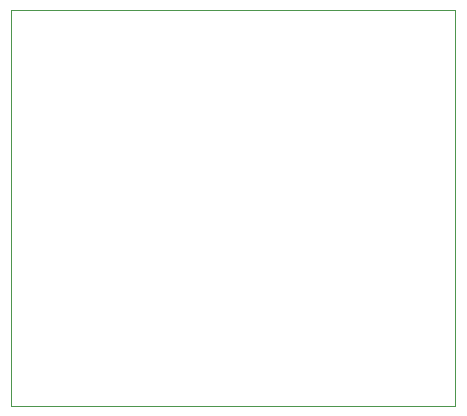
<source format=gbr>
%TF.GenerationSoftware,KiCad,Pcbnew,8.0.6*%
%TF.CreationDate,2025-04-02T21:44:45+01:00*%
%TF.ProjectId,PCB_1001_00,5043425f-3130-4303-915f-30302e6b6963,01*%
%TF.SameCoordinates,Original*%
%TF.FileFunction,Profile,NP*%
%FSLAX46Y46*%
G04 Gerber Fmt 4.6, Leading zero omitted, Abs format (unit mm)*
G04 Created by KiCad (PCBNEW 8.0.6) date 2025-04-02 21:44:45*
%MOMM*%
%LPD*%
G01*
G04 APERTURE LIST*
%TA.AperFunction,Profile*%
%ADD10C,0.050000*%
%TD*%
G04 APERTURE END LIST*
D10*
X123698000Y-78486000D02*
X161290000Y-78486000D01*
X161290000Y-112014000D01*
X123698000Y-112014000D01*
X123698000Y-78486000D01*
M02*

</source>
